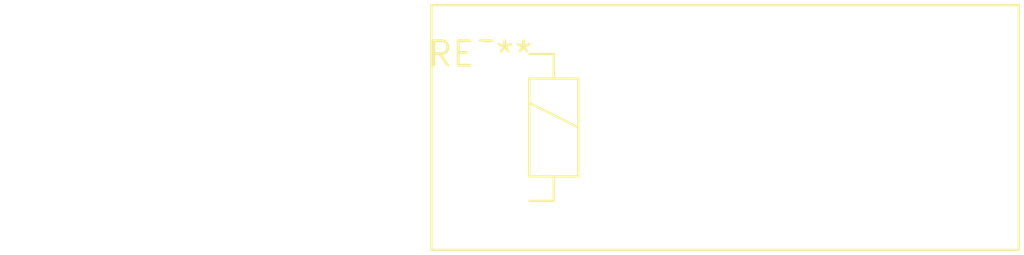
<source format=kicad_pcb>
(kicad_pcb (version 20240108) (generator pcbnew)
  (layers (0 "F.Cu" signal) (31 "B.Cu" signal) (34 "B.Paste" user) (35 "F.Paste" user) (36 "B.SilkS" user "B.Silkscreen") (37 "F.SilkS" user "F.Silkscreen") (38 "B.Mask" user) (39 "F.Mask" user) (44 "Edge.Cuts" user))
  (net 0 "")
  (footprint "Relay_SPST_Schrack-RP-II-1-16A-FormA_RM5mm" (layer "F.Cu") (at 0 0)
    (property "Reference" "REF**")
    (property "Value" "Relay_SPST_Schrack-RP-II-1-16A-FormA_RM5mm")
    (fp_line (start -2.54 -2.54) (end 27.94 -2.54) (layer "F.SilkS") (stroke (width 0.12)))
    (fp_line (start -2.54 10.16) (end -2.54 -2.54) (layer "F.SilkS") (stroke (width 0.12)))
    (fp_line (start 2.54 0) (end 3.81 0) (layer "F.SilkS") (stroke (width 0.12)))
    (fp_line (start 2.54 1.27) (end 3.81 1.27) (layer "F.SilkS") (stroke (width 0.12)))
    (fp_line (start 2.54 2.54) (end 5.08 3.81) (layer "F.SilkS") (stroke (width 0.12)))
    (fp_line (start 2.54 6.35) (end 2.54 1.27) (layer "F.SilkS") (stroke (width 0.12)))
    (fp_line (start 3.81 0) (end 3.81 1.27) (layer "F.SilkS") (stroke (width 0.12)))
    (fp_line (start 3.81 1.27) (end 5.08 1.27) (layer "F.SilkS") (stroke (width 0.12)))
    (fp_line (start 3.81 6.35) (end 3.81 7.62) (layer "F.SilkS") (stroke (width 0.12)))
    (fp_line (start 3.81 7.62) (end 2.54 7.62) (layer "F.SilkS") (stroke (width 0.12)))
    (fp_line (start 5.08 1.27) (end 5.08 6.35) (layer "F.SilkS") (stroke (width 0.12)))
    (fp_line (start 5.08 6.35) (end 2.54 6.35) (layer "F.SilkS") (stroke (width 0.12)))
    (fp_line (start 27.94 -2.54) (end 27.94 10.16) (layer "F.SilkS") (stroke (width 0.12)))
    (fp_line (start 27.94 10.16) (end -2.54 10.16) (layer "F.SilkS") (stroke (width 0.12)))
    (pad "11" thru_hole circle (at 20.32 0) (size 3 3) (drill 1.3) (layers *.Cu *.Mask) (remove_unused_layers))
    (pad "11" thru_hole circle (at 20.32 7.62) (size 3 3) (drill 1.3) (layers *.Cu *.Mask) (remove_unused_layers))
    (pad "14" thru_hole circle (at 25.32 0) (size 3 3) (drill 1.3) (layers *.Cu *.Mask) (remove_unused_layers))
    (pad "14" thru_hole circle (at 25.32 7.62) (size 3 3) (drill 1.3) (layers *.Cu *.Mask) (remove_unused_layers))
    (pad "A1" thru_hole circle (at 0 0) (size 3 3) (drill 1.3) (layers *.Cu *.Mask) (remove_unused_layers))
    (pad "A2" thru_hole circle (at 0 7.62) (size 3 3) (drill 1.3) (layers *.Cu *.Mask) (remove_unused_layers))
  )
)
</source>
